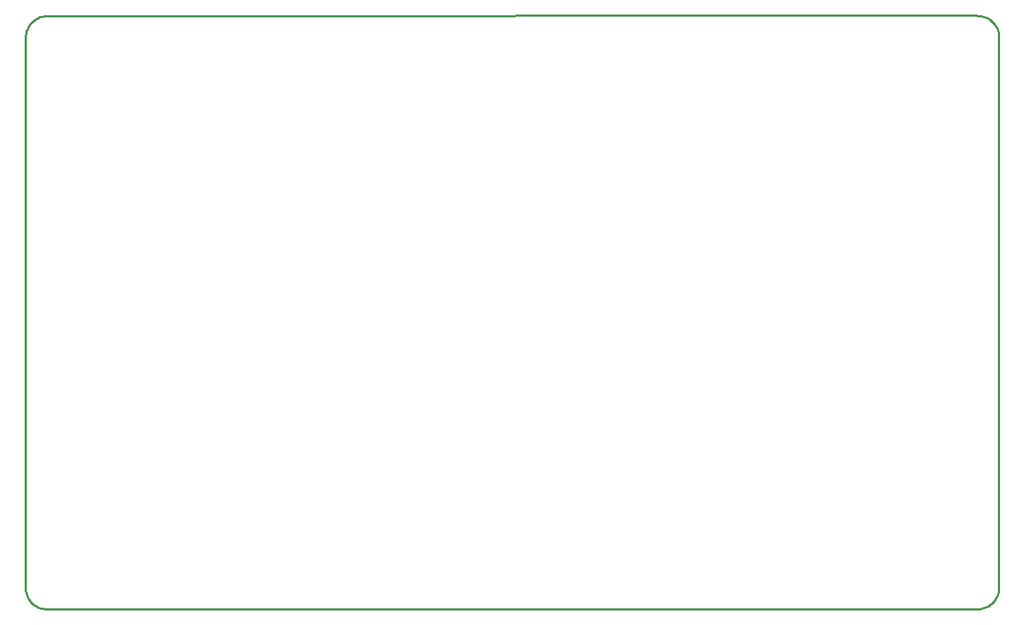
<source format=gko>
%FSLAX44Y44*%
%MOMM*%
G71*
G01*
G75*
%ADD10C,0.2032*%
%ADD11R,2.1500X1.1000*%
%ADD12R,2.1500X1.1000*%
%ADD13R,2.1500X3.5000*%
%ADD14R,5.0000X4.0000*%
%ADD15R,1.3000X1.5000*%
%ADD16R,3.0000X3.5000*%
%ADD17C,1.0160*%
%ADD18C,1.2700*%
%ADD19C,0.7620*%
%ADD20C,0.8890*%
%ADD21C,0.0254*%
%ADD22C,0.3810*%
%ADD23C,0.4000*%
%ADD24C,0.7000*%
%ADD25C,1.8000*%
%ADD26C,1.6000*%
%ADD27R,1.6000X1.6000*%
%ADD28C,5.0000*%
%ADD29C,1.7000*%
%ADD30C,1.5240*%
%ADD31R,1.7000X1.7000*%
%ADD32C,1.2700*%
%ADD33C,1.3000*%
%ADD34C,1.1000*%
%ADD35R,9.9240X11.0700*%
%ADD36R,3.0000X5.0000*%
%ADD37R,1.5000X2.0000*%
%ADD38R,1.2000X3.0000*%
%ADD39R,5.5000X1.5000*%
%ADD40R,1.2000X4.0000*%
%ADD41C,0.5080*%
%ADD42C,0.6350*%
%ADD43C,0.2540*%
%ADD44C,0.2500*%
D43*
X483544Y1210825D02*
X480930Y1210648D01*
X478350Y1210199D01*
X475831Y1209483D01*
X473400Y1208507D01*
X471085Y1207283D01*
X468910Y1205823D01*
X466900Y1204144D01*
X465077Y1202264D01*
X463460Y1200204D01*
X462067Y1197986D01*
X460914Y1195634D01*
X460012Y1193175D01*
X459373Y1190635D01*
X459003Y1188043D01*
X458905Y1185425D01*
X458905Y542798D02*
X459082Y540185D01*
X459531Y537605D01*
X460248Y535085D01*
X461223Y532655D01*
X462448Y530340D01*
X463908Y528165D01*
X465587Y526155D01*
X467467Y524331D01*
X469527Y522714D01*
X471745Y521321D01*
X474096Y520168D01*
X476555Y519267D01*
X479095Y518628D01*
X481688Y518257D01*
X484305Y518160D01*
X1570482Y518265D02*
X1573095Y518442D01*
X1575675Y518891D01*
X1578195Y519607D01*
X1580625Y520583D01*
X1582940Y521807D01*
X1585115Y523267D01*
X1587125Y524946D01*
X1588949Y526826D01*
X1590566Y528886D01*
X1591959Y531104D01*
X1593112Y533456D01*
X1594013Y535915D01*
X1594653Y538455D01*
X1595023Y541047D01*
X1595120Y543665D01*
X1595302Y1186434D02*
X1595125Y1189047D01*
X1594675Y1191627D01*
X1593959Y1194147D01*
X1592984Y1196577D01*
X1591759Y1198893D01*
X1590299Y1201067D01*
X1588620Y1203077D01*
X1586740Y1204901D01*
X1584680Y1206518D01*
X1582462Y1207911D01*
X1580110Y1209064D01*
X1577651Y1209965D01*
X1575112Y1210604D01*
X1572519Y1210975D01*
X1569901Y1211072D01*
D44*
X484305Y518265D02*
X1570482D01*
X458905Y542798D02*
Y1185672D01*
X483544Y1210825D02*
X1569901Y1211169D01*
X1595302Y543665D02*
Y1186434D01*
M02*

</source>
